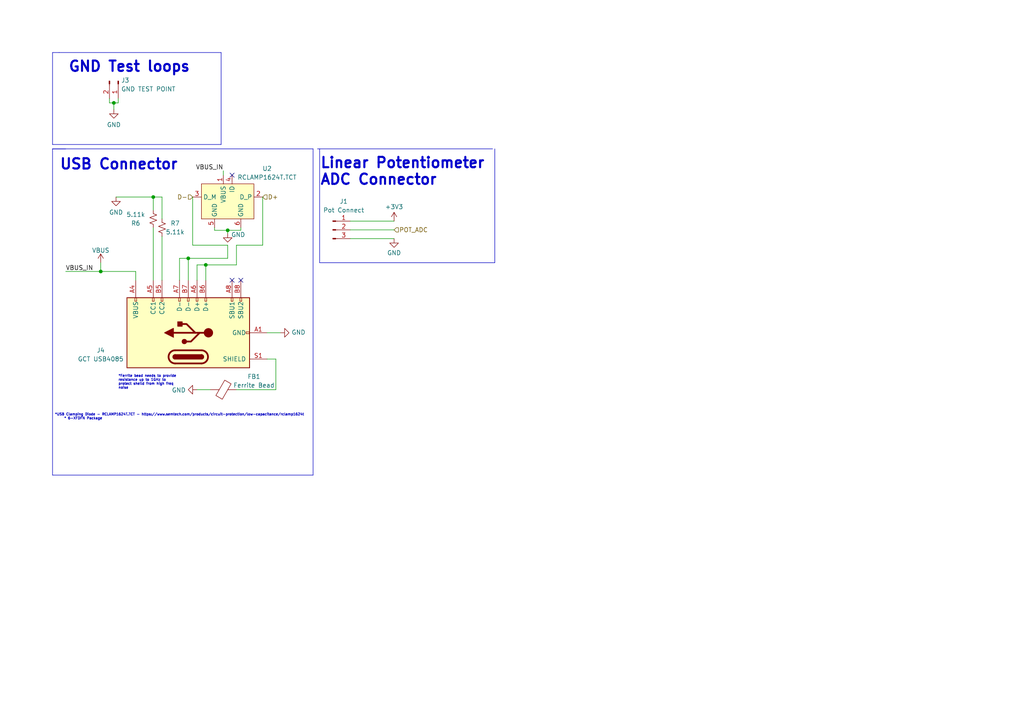
<source format=kicad_sch>
(kicad_sch (version 20250114) (generator "eeschema") (generator_version "9.0")
  (paper "A4")
  (lib_symbols
    (symbol "Bluetooth-Pump-rescue:Ferrite_Bead-Device" (pin_numbers (hide yes)) (pin_names (offset 0))
      (property "Reference" "FB" (at -3.81 0.635 90))
      (property "Value" "Ferrite_Bead-Device" (at 3.81 0 90))
      (symbol "Ferrite_Bead-Device_0_1"
        (polyline (pts (xy -2.7686 0.4064) (xy -1.7018 2.2606) (xy 2.7686 -0.3048) (xy 1.6764 -2.159) (xy -2.7686 0.4064)))
        (polyline (pts (xy 0 1.27) (xy 0 1.2954)))
        (polyline (pts (xy 0 -1.27) (xy 0 -1.2192)))
      )
      (symbol "Ferrite_Bead-Device_1_1"
        (pin passive line (at 0 3.81 270) (length 2.54) (name "~") (number "1"))
        (pin passive line (at 0 -3.81 90) (length 2.54) (name "~") (number "2"))
      )
    )
    (symbol "Connector:Conn_01x02_Male" (pin_names (offset 1.016) (hide yes))
      (property "Reference" "J" (at 0 2.54 0))
      (property "Value" "Conn_01x02_Male" (at 0 -5.08 0))
      (symbol "Conn_01x02_Male_1_1"
        (rectangle (start 0.8636 0.127) (end 0 -0.127) (stroke (width 0.1524)) (fill (type outline)))
        (rectangle (start 0.8636 -2.413) (end 0 -2.667) (stroke (width 0.1524)) (fill (type outline)))
        (polyline (pts (xy 1.27 0) (xy 0.8636 0)) (stroke (width 0.1524)))
        (polyline (pts (xy 1.27 -2.54) (xy 0.8636 -2.54)) (stroke (width 0.1524)))
        (pin passive line (at 5.08 0 180) (length 3.81) (name "Pin_1") (number "1"))
        (pin passive line (at 5.08 -2.54 180) (length 3.81) (name "Pin_2") (number "2"))
      )
    )
    (symbol "Connector:Conn_01x03_Pin" (pin_names (offset 1.016) (hide yes))
      (property "Reference" "J" (at 0 5.08 0))
      (property "Value" "Conn_01x03_Pin" (at 0 -5.08 0))
      (symbol "Conn_01x03_Pin_1_1"
        (rectangle (start 0.8636 2.667) (end 0 2.413) (stroke (width 0.1524)) (fill (type outline)))
        (rectangle (start 0.8636 0.127) (end 0 -0.127) (stroke (width 0.1524)) (fill (type outline)))
        (rectangle (start 0.8636 -2.413) (end 0 -2.667) (stroke (width 0.1524)) (fill (type outline)))
        (polyline (pts (xy 1.27 2.54) (xy 0.8636 2.54)) (stroke (width 0.1524)))
        (polyline (pts (xy 1.27 0) (xy 0.8636 0)) (stroke (width 0.1524)))
        (polyline (pts (xy 1.27 -2.54) (xy 0.8636 -2.54)) (stroke (width 0.1524)))
        (pin passive line (at 5.08 2.54 180) (length 3.81) (name "Pin_1") (number "1"))
        (pin passive line (at 5.08 0 180) (length 3.81) (name "Pin_2") (number "2"))
        (pin passive line (at 5.08 -2.54 180) (length 3.81) (name "Pin_3") (number "3"))
      )
    )
    (symbol "Connector:USB_C_Receptacle_USB2.0" (pin_names (offset 1.016))
      (property "Reference" "J" (at -10.16 19.05 0))
      (property "Value" "USB_C_Receptacle_USB2.0" (at 19.05 19.05 0))
      (symbol "USB_C_Receptacle_USB2.0_0_0"
        (rectangle (start -0.254 -17.78) (end 0.254 -16.764))
        (rectangle (start 10.16 15.494) (end 9.144 14.986))
        (rectangle (start 10.16 10.414) (end 9.144 9.906))
        (rectangle (start 10.16 7.874) (end 9.144 7.366))
        (rectangle (start 10.16 2.794) (end 9.144 2.286))
        (rectangle (start 10.16 0.254) (end 9.144 -0.254))
        (rectangle (start 10.16 -2.286) (end 9.144 -2.794))
        (rectangle (start 10.16 -4.826) (end 9.144 -5.334))
        (rectangle (start 10.16 -12.446) (end 9.144 -12.954))
        (rectangle (start 10.16 -14.986) (end 9.144 -15.494))
      )
      (symbol "USB_C_Receptacle_USB2.0_0_1"
        (rectangle (start -10.16 17.78) (end 10.16 -17.78) (stroke (width 0.254)) (fill (type background)))
        (polyline (pts (xy -8.89 -3.81) (xy -8.89 3.81)) (stroke (width 0.508)))
        (rectangle (start -7.62 -3.81) (end -6.35 3.81) (stroke (width 0.254)) (fill (type outline)))
        (arc (start -7.62 3.81) (mid -6.985 4.4423) (end -6.35 3.81) (stroke (width 0.254)))
        (arc (start -7.62 3.81) (mid -6.985 4.4423) (end -6.35 3.81) (stroke (width 0.254)) (fill (type outline)))
        (arc (start -8.89 3.81) (mid -6.985 5.7067) (end -5.08 3.81) (stroke (width 0.508)))
        (arc (start -5.08 -3.81) (mid -6.985 -5.7067) (end -8.89 -3.81) (stroke (width 0.508)))
        (arc (start -6.35 -3.81) (mid -6.985 -4.4423) (end -7.62 -3.81) (stroke (width 0.254)))
        (arc (start -6.35 -3.81) (mid -6.985 -4.4423) (end -7.62 -3.81) (stroke (width 0.254)) (fill (type outline)))
        (polyline (pts (xy -5.08 3.81) (xy -5.08 -3.81)) (stroke (width 0.508)))
        (circle (center -2.54 1.143) (radius 0.635) (stroke (width 0.254)) (fill (type outline)))
        (polyline (pts (xy -1.27 4.318) (xy 0 6.858) (xy 1.27 4.318) (xy -1.27 4.318)) (stroke (width 0.254)) (fill (type outline)))
        (polyline (pts (xy 0 -2.032) (xy 2.54 0.508) (xy 2.54 1.778)) (stroke (width 0.508)))
        (polyline (pts (xy 0 -3.302) (xy -2.54 -0.762) (xy -2.54 0.508)) (stroke (width 0.508)))
        (polyline (pts (xy 0 -5.842) (xy 0 4.318)) (stroke (width 0.508)))
        (circle (center 0 -5.842) (radius 1.27) (fill (type outline)))
        (rectangle (start 1.905 1.778) (end 3.175 3.048) (stroke (width 0.254)) (fill (type outline)))
      )
      (symbol "USB_C_Receptacle_USB2.0_1_1"
        (pin passive line (at -7.62 -22.86 90) (length 5.08) (name "SHIELD") (number "S1"))
        (pin passive line (at 0 -22.86 90) (length 5.08) (name "GND") (number "A1"))
        (pin passive line (at 0 -22.86 90) (length 5.08) (hide yes) (name "GND") (number "A12"))
        (pin passive line (at 0 -22.86 90) (length 5.08) (hide yes) (name "GND") (number "B1"))
        (pin passive line (at 0 -22.86 90) (length 5.08) (hide yes) (name "GND") (number "B12"))
        (pin passive line (at 15.24 15.24 180) (length 5.08) (name "VBUS") (number "A4"))
        (pin passive line (at 15.24 15.24 180) (length 5.08) (hide yes) (name "VBUS") (number "A9"))
        (pin passive line (at 15.24 15.24 180) (length 5.08) (hide yes) (name "VBUS") (number "B4"))
        (pin passive line (at 15.24 15.24 180) (length 5.08) (hide yes) (name "VBUS") (number "B9"))
        (pin bidirectional line (at 15.24 10.16 180) (length 5.08) (name "CC1") (number "A5"))
        (pin bidirectional line (at 15.24 7.62 180) (length 5.08) (name "CC2") (number "B5"))
        (pin bidirectional line (at 15.24 2.54 180) (length 5.08) (name "D-") (number "A7"))
        (pin bidirectional line (at 15.24 0 180) (length 5.08) (name "D-") (number "B7"))
        (pin bidirectional line (at 15.24 -2.54 180) (length 5.08) (name "D+") (number "A6"))
        (pin bidirectional line (at 15.24 -5.08 180) (length 5.08) (name "D+") (number "B6"))
        (pin bidirectional line (at 15.24 -12.7 180) (length 5.08) (name "SBU1") (number "A8"))
        (pin bidirectional line (at 15.24 -15.24 180) (length 5.08) (name "SBU2") (number "B8"))
      )
    )
    (symbol "Device:R_Small_US" (pin_numbers (hide yes)) (pin_names (offset 0.254) (hide yes))
      (property "Reference" "R" (at 0.762 0.508 0))
      (property "Value" "R_Small_US" (at 0.762 -1.016 0))
      (symbol "R_Small_US_1_1"
        (polyline (pts (xy 0 1.524) (xy 1.016 1.143) (xy 0 0.762) (xy -1.016 0.381) (xy 0 0)))
        (polyline (pts (xy 0 0) (xy 1.016 -0.381) (xy 0 -0.762) (xy -1.016 -1.143) (xy 0 -1.524)))
        (pin passive line (at 0 2.54 270) (length 1.016) (name "~") (number "1"))
        (pin passive line (at 0 -2.54 90) (length 1.016) (name "~") (number "2"))
      )
    )
    (symbol "GND_1" (power) (pin_names (offset 0))
      (property "Value" "GND_1" (at 0 -3.81 0))
      (symbol "GND_1_0_1"
        (polyline (pts (xy 0 0) (xy 0 -1.27) (xy 1.27 -1.27) (xy 0 -2.54) (xy -1.27 -1.27) (xy 0 -1.27)))
      )
      (symbol "GND_1_1_1"
        (pin power_in line (at 0 0 270) (length 0) (hide yes) (name "GND") (number "1"))
      )
    )
    (symbol "GlucoseWatchschematics:RCLAMP1624T.TCT"
      (property "Reference" "U" (at 11.43 10.16 0))
      (property "Value" "RCLAMP1624T.TCT" (at 11.43 7.62 0))
      (symbol "RCLAMP1624T.TCT_0_1"
        (rectangle (start -7.62 5.08) (end 7.62 -5.08) (fill (type background)))
      )
      (symbol "RCLAMP1624T.TCT_1_1"
        (pin input line (at -10.16 1.27 0) (length 2.54) (name "D_M") (number "3"))
        (pin power_in line (at -3.81 -7.62 90) (length 2.54) (name "GND") (number "5"))
        (pin power_in line (at -1.27 7.62 270) (length 2.54) (name "VBUS") (number "1"))
        (pin input line (at 1.27 7.62 270) (length 2.54) (name "ID") (number "4"))
        (pin power_in line (at 3.81 -7.62 90) (length 2.54) (name "GND") (number "6"))
        (pin input line (at 10.16 1.27 180) (length 2.54) (name "D_P") (number "2"))
      )
    )
    (symbol "power:+3V3" (power) (pin_names (offset 0))
      (property "Value" "+3V3" (at 0 3.556 0))
      (symbol "+3V3_0_1"
        (polyline (pts (xy -0.762 1.27) (xy 0 2.54)))
        (polyline (pts (xy 0 2.54) (xy 0.762 1.27)))
        (polyline (pts (xy 0 0) (xy 0 2.54)))
      )
      (symbol "+3V3_1_1"
        (pin power_in line (at 0 0 90) (length 0) (hide yes) (name "+3V3") (number "1"))
      )
    )
    (symbol "power:GND" (power) (pin_names (offset 0))
      (property "Value" "GND" (at 0 -3.81 0))
      (symbol "GND_0_1"
        (polyline (pts (xy 0 0) (xy 0 -1.27) (xy 1.27 -1.27) (xy 0 -2.54) (xy -1.27 -1.27) (xy 0 -1.27)))
      )
      (symbol "GND_1_1"
        (pin power_in line (at 0 0 270) (length 0) (hide yes) (name "GND") (number "1"))
      )
    )
    (symbol "power:VBUS" (power) (pin_names (offset 0))
      (property "Value" "VBUS" (at 0 3.81 0))
      (symbol "VBUS_0_1"
        (polyline (pts (xy -0.762 1.27) (xy 0 2.54)))
        (polyline (pts (xy 0 2.54) (xy 0.762 1.27)))
        (polyline (pts (xy 0 0) (xy 0 2.54)))
      )
      (symbol "VBUS_1_1"
        (pin power_in line (at 0 0 90) (length 0) (hide yes) (name "VBUS") (number "1"))
      )
    )
  )
  (text "Linear Potentiometer\nADC Connector" (at 92.71 53.975 0) (effects (font (size 3 3) (thickness 0.6) (bold yes)) (justify left bottom)))
  (text "*USB Clamping Diode - RCLAMP1624T.TCT - https://www.semtech.com/products/circuit-protection/low-capacitance/rclamp1624t\n	* 6-XFDFN Package" (at 15.875 121.92 0) (effects (font (size 0.7112 0.7112)) (justify left bottom)))
  (text "*Ferrite bead needs to provide \nresistance up to 1GHz to \nprotect sheild from high freq\nnoise" (at 34.29 113.03 0) (effects (font (size 0.7112 0.7112)) (justify left bottom)))
  (text "USB Connector\n" (at 17.145 49.53 0) (effects (font (size 3 3) (thickness 0.6) (bold yes)) (justify left bottom)))
  (text "GND Test loops\n\n" (at 19.685 26.035 0) (effects (font (size 3 3) (thickness 0.6) (bold yes)) (justify left bottom)))
  (junction (at 29.21 78.74))
  (junction (at 59.69 76.835))
  (junction (at 54.61 74.93))
  (junction (at 44.45 57.15))
  (junction (at 33.02 29.845))
  (junction (at 66.04 66.802))
  (no_connect (at 69.85 81.28))
  (no_connect (at 67.31 81.28))
  (no_connect (at 67.31 50.8))
  (wire (pts (xy 57.15 76.835) (xy 59.69 76.835)))
  (wire (pts (xy 80.01 113.03) (xy 68.58 113.03)))
  (polyline (pts (xy 90.805 137.795) (xy 15.24 137.795)))
  (polyline (pts (xy 15.24 43.18) (xy 90.805 43.18)))
  (wire (pts (xy 34.29 29.845) (xy 34.29 28.575)))
  (wire (pts (xy 33.02 29.845) (xy 33.02 31.75)))
  (polyline (pts (xy 64.135 41.91) (xy 15.24 41.91)))
  (wire (pts (xy 46.99 57.15) (xy 46.99 63.5)))
  (wire (pts (xy 66.04 66.802) (xy 66.04 67.691)))
  (wire (pts (xy 66.04 66.802) (xy 69.85 66.802)))
  (wire (pts (xy 77.47 96.52) (xy 81.28 96.52)))
  (wire (pts (xy 52.07 74.93) (xy 54.61 74.93)))
  (wire (pts (xy 54.61 74.93) (xy 54.61 81.28)))
  (wire (pts (xy 69.85 66.802) (xy 69.85 66.04)))
  (polyline (pts (xy 92.075 43.18) (xy 142.875 43.18)))
  (wire (pts (xy 31.75 28.575) (xy 31.75 29.845)))
  (polyline (pts (xy 92.71 76.2) (xy 143.51 76.2)))
  (polyline (pts (xy 92.71 43.18) (xy 92.71 76.2)))
  (polyline (pts (xy 17.145 15.24) (xy 64.135 15.24)))
  (wire (pts (xy 80.01 104.14) (xy 80.01 113.03)))
  (wire (pts (xy 44.45 66.04) (xy 44.45 81.28)))
  (wire (pts (xy 62.23 66.04) (xy 62.23 66.802)))
  (wire (pts (xy 101.6 66.675) (xy 114.3 66.675)))
  (wire (pts (xy 64.77 49.53) (xy 64.77 50.8)))
  (polyline (pts (xy 15.24 137.795) (xy 15.24 43.18)))
  (wire (pts (xy 59.69 76.835) (xy 68.58 76.835)))
  (wire (pts (xy 39.37 78.74) (xy 39.37 81.28)))
  (wire (pts (xy 68.58 71.12) (xy 76.2 71.12)))
  (wire (pts (xy 57.15 81.28) (xy 57.15 76.835)))
  (wire (pts (xy 44.45 57.15) (xy 44.45 60.96)))
  (wire (pts (xy 29.21 76.2) (xy 29.21 78.74)))
  (wire (pts (xy 46.99 57.15) (xy 44.45 57.15)))
  (polyline (pts (xy 90.805 43.18) (xy 90.805 137.795)))
  (wire (pts (xy 59.69 76.835) (xy 59.69 81.28)))
  (wire (pts (xy 101.6 64.135) (xy 114.3 64.135)))
  (wire (pts (xy 76.2 71.12) (xy 76.2 57.15)))
  (wire (pts (xy 31.75 29.845) (xy 33.02 29.845)))
  (wire (pts (xy 101.6 69.215) (xy 114.3 69.215)))
  (wire (pts (xy 29.21 78.74) (xy 39.37 78.74)))
  (wire (pts (xy 19.05 78.74) (xy 29.21 78.74)))
  (wire (pts (xy 54.61 74.93) (xy 66.04 74.93)))
  (wire (pts (xy 77.47 104.14) (xy 80.01 104.14)))
  (wire (pts (xy 33.02 29.845) (xy 34.29 29.845)))
  (wire (pts (xy 33.655 57.15) (xy 44.45 57.15)))
  (wire (pts (xy 66.04 74.93) (xy 66.04 71.12)))
  (polyline (pts (xy 15.24 15.24) (xy 17.145 15.24)))
  (wire (pts (xy 46.99 68.58) (xy 46.99 81.28)))
  (polyline (pts (xy 15.24 43.18) (xy 19.05 43.18)))
  (wire (pts (xy 62.23 66.802) (xy 66.04 66.802)))
  (polyline (pts (xy 15.24 41.91) (xy 15.24 15.24)))
  (wire (pts (xy 68.58 76.835) (xy 68.58 71.12)))
  (wire (pts (xy 52.07 81.28) (xy 52.07 74.93)))
  (wire (pts (xy 57.15 113.03) (xy 60.96 113.03)))
  (polyline (pts (xy 143.51 76.2) (xy 143.51 43.18)))
  (wire (pts (xy 55.88 71.12) (xy 55.88 57.15)))
  (wire (pts (xy 55.88 71.12) (xy 66.04 71.12)))
  (polyline (pts (xy 64.135 15.24) (xy 64.135 41.91)))
  (label "VBUS_IN" (at 64.77 49.53 180))
  (label "VBUS_IN" (at 19.05 78.74 0))
  (hierarchical_label "POT_ADC" (shape input) (at 114.3 66.675 0))
  (hierarchical_label "D+" (shape input) (at 76.2 57.15 0))
  (hierarchical_label "D-" (shape input) (at 55.88 57.15 180))
  (symbol (lib_id "power:+3V3") (at 114.3 64.135 0) (unit 1)
    (property "Reference" "#PWR061" (effects (hide yes)))
    (property "Value" "+3V3" (at 114.3 60.0019 0))
  )
  (symbol (lib_id "Device:R_Small_US") (at 46.99 66.04 180) (unit 1)
    (property "Reference" "R7" (at 50.8 64.77 0))
    (property "Value" "5.11k" (at 50.8 67.31 0))
    (property "Footprint" "Resistor_SMD:R_0402_1005Metric" (effects (hide yes)))
  )
  (symbol (lib_name "GND_1") (lib_id "power:GND") (at 114.3 69.215 0) (unit 1)
    (property "Reference" "#PWR062" (effects (hide yes)))
    (property "Value" "GND" (at 114.3 73.3481 0))
  )
  (symbol (lib_id "power:GND") (at 57.15 113.03 270) (unit 1)
    (property "Reference" "#PWR013" (effects (hide yes)))
    (property "Value" "GND" (at 53.8988 113.157 90) (effects (justify right)))
  )
  (symbol (lib_id "Device:R_Small_US") (at 44.45 63.5 180) (unit 1)
    (property "Reference" "R6" (at 39.37 64.77 0))
    (property "Value" "5.11k" (at 39.37 62.23 0))
    (property "Footprint" "Resistor_SMD:R_0402_1005Metric" (effects (hide yes)))
    (property "LCSC" "C310235" (effects (hide yes)))
  )
  (symbol (lib_id "Bluetooth-Pump-rescue:Ferrite_Bead-Device") (at 64.77 113.03 270) (unit 1)
    (property "Reference" "FB1" (at 73.66 109.22 90))
    (property "Value" "Ferrite Bead" (at 73.66 111.76 90))
    (property "Footprint" "Inductor_SMD:L_0402_1005Metric" (effects (hide yes)))
    (property "LCSC" "C21516" (effects (hide yes)))
  )
  (symbol (lib_id "Connector:USB_C_Receptacle_USB2.0") (at 54.61 96.52 90) (unit 1)
    (property "Reference" "J4" (at 29.21 101.6 90))
    (property "Value" "GCT USB4085" (at 29.21 104.14 90))
    (property "Footprint" "Connector_USB:USB_C_Receptacle_GCT_USB4085" (effects (hide yes)))
    (property "Datasheet" "https://www.usb.org/sites/default/files/documents/usb_type-c.zip" (effects (hide yes)))
  )
  (symbol (lib_id "power:GND") (at 66.04 67.691 0) (unit 1)
    (property "Reference" "#PWR014" (effects (hide yes)))
    (property "Value" "GND" (at 69.088 68.072 0))
  )
  (symbol (lib_id "power:GND") (at 33.655 57.15 0) (unit 1)
    (property "Reference" "#PWR010" (effects (hide yes)))
    (property "Value" "GND" (at 33.655 61.5934 0))
  )
  (symbol (lib_id "Connector:Conn_01x03_Pin") (at 96.52 66.675 0) (unit 1)
    (property "Reference" "J1" (at 99.695 58.42 0))
    (property "Value" "Pot Connect" (at 99.695 60.96 0))
    (property "Footprint" "Connector_PinHeader_1.00mm:PinHeader_1x03_P1.00mm_Vertical" (effects (hide yes)))
  )
  (symbol (lib_id "power:VBUS") (at 29.21 76.2 0) (unit 1)
    (property "Reference" "#PWR011" (effects (hide yes)))
    (property "Value" "VBUS" (at 29.21 72.6242 0))
  )
  (symbol (lib_id "GlucoseWatchschematics:RCLAMP1624T.TCT") (at 66.04 58.42 0) (unit 1)
    (property "Reference" "U2" (at 77.47 48.895 0))
    (property "Value" "RCLAMP1624T.TCT" (at 77.47 51.435 0))
    (property "Footprint" "GlucoseWatchFootprints:SLP1710P4T" (effects (hide yes)))
    (property "Datasheet" "https://semtech.my.salesforce.com/sfc/p/#E0000000JelG/a/44000000MChh/8MoVECasdJU0K6K58HLazk2xPXNl.hax96nsZKmG2bM" (effects (hide yes)))
    (property "Digikey" "https://www.digikey.co.nz/en/products/detail/semtech-corporation/RCLAMP1624T-TCT/4626649" (effects (hide yes)))
    (property "LCSC" "C1973485" (effects (hide yes)))
  )
  (symbol (lib_id "Connector:Conn_01x02_Male") (at 34.29 23.495 270) (unit 1)
    (property "Reference" "J3" (at 35.1282 23.2953 90) (effects (justify left)))
    (property "Value" "GND TEST POINT" (at 35.1282 25.8322 90) (effects (justify left)))
    (property "Footprint" "Connector_PinHeader_1.27mm:PinHeader_1x02_P1.27mm_Vertical" (effects (hide yes)))
  )
  (symbol (lib_id "power:GND") (at 81.28 96.52 90) (unit 1)
    (property "Reference" "#PWR015" (effects (hide yes)))
    (property "Value" "GND" (at 84.5312 96.393 90) (effects (justify right)))
  )
  (symbol (lib_id "power:GND") (at 33.02 31.75 0) (unit 1)
    (property "Reference" "#PWR012" (effects (hide yes)))
    (property "Value" "GND" (at 33.02 36.1934 0))
  )
)
</source>
